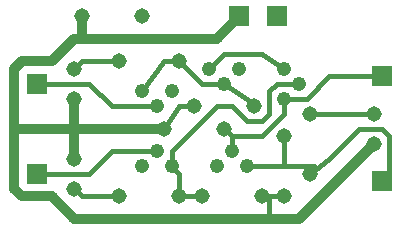
<source format=gbl>
G04 Output by ViewMate Deluxe V11.0.9  PentaLogix LLC*
G04 Sun May 11 19:15:31 2014*
%FSLAX33Y33*%
%MOMM*%
%IPPOS*%
%ADD10C,1.3081*%
%ADD11R,1.8009X1.8009*%
%ADD12C,1.209*%
%ADD13C,0.4064*%
%ADD14C,0.8128*%

%LPD*%
X0Y0D2*D13*G1X25019Y17610D2*X23114Y18880D1*X19939Y18880*X18669Y17610*X16129Y14435D2*X17399Y14435D1*X11049Y6815D2*X7874Y6815D1*X7239Y7450*X4064Y8720D2*X8509Y8720D1*X10414Y10625*X14224Y10625*X16129Y14435D2*X14859Y12530D1*X11049Y18245D2*X7874Y18245D1*X7239Y17610*X4064Y16340D2*X8509Y16340D1*X10414Y14435*X14224Y14435*X12954Y15705D2*X14859Y18245D1*X16129Y18245*X18034Y16340*X19939Y16340*X21844Y15070*X22479Y14435*X21844Y13165D2*X23114Y13165D1*X23749Y13800*X23749Y15705*X24384Y16340*X26289Y16340*X32639Y13800D2*X27178Y13800D1*X33274Y16975D2*X28829Y16975D1*X26924Y15070*X25019Y15070*X25019Y13800*X23114Y11895*X25019Y9355D2*X27559Y9355D1*X27178Y8720*X33274Y8085D2*X33909Y8720D1*X33909Y11895*X33274Y12530*X31369Y12530*X28829Y9990*X27178Y8720*X23749Y4910D2*X23749Y6815D1*X25019Y6815D2*X23749Y6815D1*X23114Y6815*X18034Y6815D2*X16129Y6815D1*X16129Y8720*X15494Y9355*X15494Y10625*X19304Y14435*X20574Y14435*X21844Y13165*X19939Y12530D2*X20574Y11895D1*X20574Y10625D2*X20574Y11895D1*X23114Y11895*X25019Y11895D2*X25019Y9355D1*X21844Y9355*D14*X7239Y4910D2*X23749Y4910D1*X26289Y4910*X32639Y11260*X21209Y22055D2*X19304Y20150D1*X7874Y20150*X7874Y22055D2*X7874Y20150D1*X7239Y20150*X5334Y18245*X2794Y18245*X2159Y17610*X2159Y12530*X7239Y9990D2*X7239Y12530D1*X14859Y12530D2*X7239Y12530D1*X7239Y15070D2*X7239Y12530D1*X2159Y12530*X2159Y7450*X2794Y6815*X5334Y6815*X7239Y4910*D10*X7874Y22055D3*X12954Y22055D3*X16129Y6815D3*X18034Y6815D3*X23114Y6815D3*X25019Y6815D3*X27178Y8720D3*X32639Y11260D3*X32639Y13800D3*X27178Y13800D3*X25019Y11895D3*X22479Y14435D3*X19939Y12530D3*X14859Y12530D3*X17399Y14435D3*X16129Y18245D3*X11049Y18245D3*X7239Y17610D3*X7239Y15070D3*X7239Y9990D3*X11049Y6815D3*X7239Y7450D3*D11*X33274Y8085D3*X33274Y16975D3*X24384Y22055D3*X21209Y22055D3*X4064Y8720D3*X4064Y16340D3*D12*X21844Y9355D3*X20574Y10625D3*X19304Y9355D3*X15494Y9355D3*X12954Y9355D3*X14224Y10625D3*X12954Y15705D3*X14224Y14435D3*X15494Y15705D3*X18669Y17610D3*X19939Y16340D3*X21209Y17610D3*X25019Y17610D3*X26289Y16340D3*X25019Y15070D3*X0Y0D2*M02*
</source>
